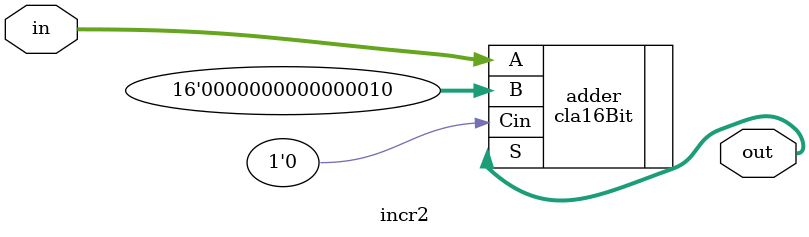
<source format=v>
module incr2(input [15:0] in, output [15:0] out);

	cla16Bit adder(.A(in), .B(16'h2), .Cin(1'h0), .S(out));

endmodule
</source>
